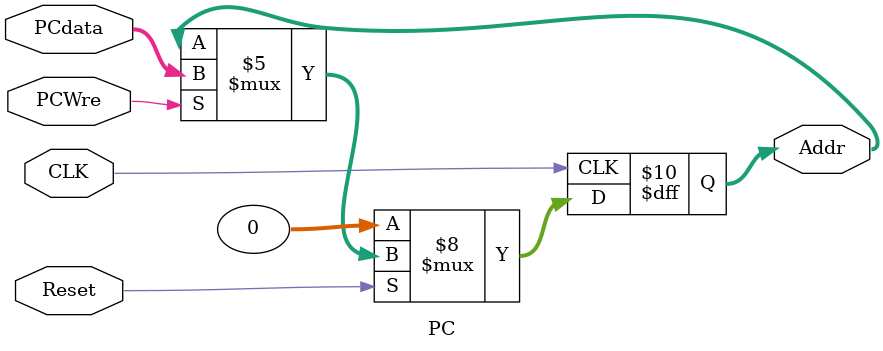
<source format=v>
`timescale 1ns / 1ps

module PC(CLK,PCWre,Reset,PCdata,Addr);
    input CLK;          //Ê±ÖÓ
    input PCWre;        //Îª0Ê±Í£»ú£¬AddrÊä³ö²»¸ü¸Ä
    input Reset;        //Îª0Ê±ÖØÖÃ£¬AddrÎª0
    input [31:0] PCdata;
    output reg[31:0] Addr;
    
    initial begin 
        Addr = 0;
    end
    always @ (negedge CLK) begin // ±ØÐëÓÃÊ±ÖÓ±ßÑØ´¥·¢
        if (Reset==0) Addr <= 0;
        else if (PCWre == 1)
          Addr <= PCdata; // Ð´ÈëÐÂµÄÖ¸ÁîµØÖ·
    end
endmodule

</source>
